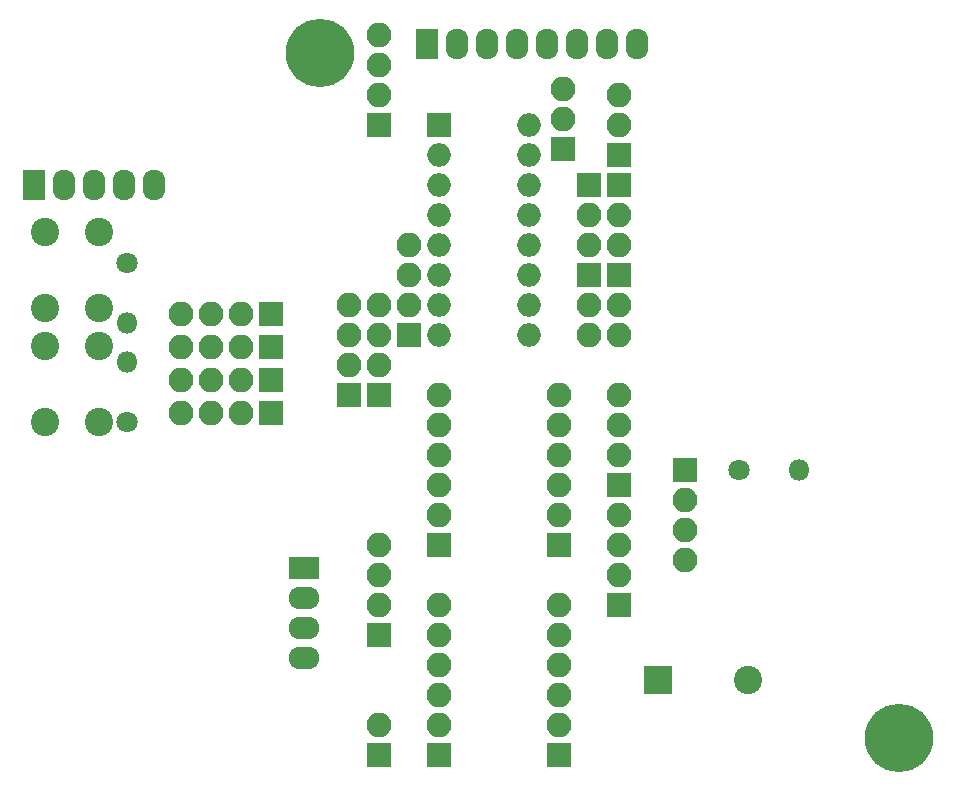
<source format=gts>
G04 #@! TF.FileFunction,Soldermask,Top*
%FSLAX46Y46*%
G04 Gerber Fmt 4.6, Leading zero omitted, Abs format (unit mm)*
G04 Created by KiCad (PCBNEW 4.0.5) date 11/28/17 13:58:57*
%MOMM*%
%LPD*%
G01*
G04 APERTURE LIST*
%ADD10C,0.100000*%
%ADD11C,5.800000*%
%ADD12C,3.100000*%
%ADD13R,2.100000X2.100000*%
%ADD14O,2.100000X2.100000*%
%ADD15R,2.000000X2.000000*%
%ADD16O,2.000000X2.000000*%
%ADD17R,2.599640X1.924000*%
%ADD18O,2.599640X1.924000*%
%ADD19R,1.924000X2.599640*%
%ADD20O,1.924000X2.599640*%
%ADD21C,2.400000*%
%ADD22R,2.400000X2.400000*%
%ADD23C,1.800000*%
%ADD24O,1.800000X1.800000*%
G04 APERTURE END LIST*
D10*
D11*
X173540000Y-123000000D03*
D12*
X173540000Y-123000000D03*
X124540000Y-65000000D03*
D13*
X145135600Y-73152000D03*
D14*
X145135600Y-70612000D03*
X145135600Y-68072000D03*
D15*
X134620000Y-71120000D03*
D16*
X142240000Y-88900000D03*
X134620000Y-73660000D03*
X142240000Y-86360000D03*
X134620000Y-76200000D03*
X142240000Y-83820000D03*
X134620000Y-78740000D03*
X142240000Y-81280000D03*
X134620000Y-81280000D03*
X142240000Y-78740000D03*
X134620000Y-83820000D03*
X142240000Y-76200000D03*
X134620000Y-86360000D03*
X142240000Y-73660000D03*
X134620000Y-88900000D03*
X142240000Y-71120000D03*
D14*
X134620000Y-93980000D03*
X134620000Y-96520000D03*
X134620000Y-99060000D03*
X134620000Y-101600000D03*
X134620000Y-104140000D03*
D13*
X134620000Y-106680000D03*
X144780000Y-106680000D03*
D14*
X144780000Y-104140000D03*
X144780000Y-101600000D03*
X144780000Y-99060000D03*
X144780000Y-96520000D03*
X144780000Y-93980000D03*
X134620000Y-111760000D03*
X134620000Y-114300000D03*
X134620000Y-116840000D03*
X134620000Y-119380000D03*
X134620000Y-121920000D03*
D13*
X134620000Y-124460000D03*
X144780000Y-124460000D03*
D14*
X144780000Y-121920000D03*
X144780000Y-119380000D03*
X144780000Y-116840000D03*
X144780000Y-114300000D03*
X144780000Y-111760000D03*
D13*
X149860000Y-101600000D03*
D14*
X149860000Y-99060000D03*
X149860000Y-96520000D03*
X149860000Y-93980000D03*
D13*
X149860000Y-76200000D03*
D14*
X149860000Y-78740000D03*
X149860000Y-81280000D03*
D13*
X147320000Y-76200000D03*
D14*
X147320000Y-78740000D03*
X147320000Y-81280000D03*
D13*
X149860000Y-83820000D03*
D14*
X149860000Y-86360000D03*
X149860000Y-88900000D03*
D13*
X147320000Y-83820000D03*
D14*
X147320000Y-86360000D03*
X147320000Y-88900000D03*
D13*
X129540000Y-93980000D03*
D14*
X129540000Y-91440000D03*
X129540000Y-88900000D03*
X129540000Y-86360000D03*
D13*
X129540000Y-114300000D03*
D14*
X129540000Y-111760000D03*
X129540000Y-109220000D03*
X129540000Y-106680000D03*
D13*
X127000000Y-93980000D03*
D14*
X127000000Y-91440000D03*
X127000000Y-88900000D03*
X127000000Y-86360000D03*
D13*
X149860000Y-111760000D03*
D14*
X149860000Y-109220000D03*
X149860000Y-106680000D03*
X149860000Y-104140000D03*
D13*
X149860000Y-73660000D03*
D14*
X149860000Y-71120000D03*
X149860000Y-68580000D03*
D13*
X132080000Y-88900000D03*
D14*
X132080000Y-86360000D03*
X132080000Y-83820000D03*
X132080000Y-81280000D03*
D17*
X123190000Y-108585000D03*
D18*
X123190000Y-111125000D03*
X123190000Y-113665000D03*
X123190000Y-116205000D03*
D13*
X129540000Y-124460000D03*
D14*
X129540000Y-121920000D03*
D19*
X100330000Y-76200000D03*
D20*
X102870000Y-76200000D03*
X105410000Y-76200000D03*
X107950000Y-76200000D03*
X110490000Y-76200000D03*
D19*
X133604000Y-64262000D03*
D20*
X136144000Y-64262000D03*
X138684000Y-64262000D03*
X141224000Y-64262000D03*
X143764000Y-64262000D03*
X146304000Y-64262000D03*
X148844000Y-64262000D03*
X151384000Y-64262000D03*
D21*
X101291000Y-89789000D03*
X105791000Y-89789000D03*
X101291000Y-96289000D03*
X105791000Y-96289000D03*
X101291000Y-80137000D03*
X105791000Y-80137000D03*
X101291000Y-86637000D03*
X105791000Y-86637000D03*
D13*
X155448000Y-100330000D03*
D14*
X155448000Y-102870000D03*
X155448000Y-105410000D03*
X155448000Y-107950000D03*
D13*
X120396000Y-87122000D03*
D14*
X117856000Y-87122000D03*
X115316000Y-87122000D03*
X112776000Y-87122000D03*
D13*
X120396000Y-89916000D03*
D14*
X117856000Y-89916000D03*
X115316000Y-89916000D03*
X112776000Y-89916000D03*
D13*
X120396000Y-92710000D03*
D14*
X117856000Y-92710000D03*
X115316000Y-92710000D03*
X112776000Y-92710000D03*
D13*
X120396000Y-95504000D03*
D14*
X117856000Y-95504000D03*
X115316000Y-95504000D03*
X112776000Y-95504000D03*
D13*
X129540000Y-71125080D03*
D14*
X129540000Y-68585080D03*
X129540000Y-66045080D03*
X129540000Y-63505080D03*
D11*
X124540000Y-65000000D03*
D22*
X153162000Y-118110000D03*
D21*
X160762000Y-118110000D03*
D23*
X160020000Y-100330000D03*
D24*
X165100000Y-100330000D03*
D23*
X108204000Y-82804000D03*
D24*
X108204000Y-87884000D03*
D23*
X108204000Y-96266000D03*
D24*
X108204000Y-91186000D03*
M02*

</source>
